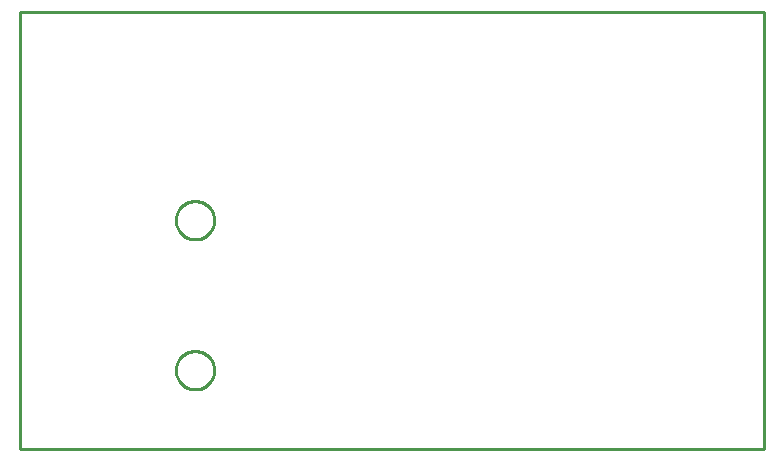
<source format=gbr>
G04 EAGLE Gerber X2 export*
%TF.Part,Single*%
%TF.FileFunction,Profile,NP*%
%TF.FilePolarity,Positive*%
%TF.GenerationSoftware,Autodesk,EAGLE,8.6.3*%
%TF.CreationDate,2019-03-24T10:24:13Z*%
G75*
%MOMM*%
%FSLAX34Y34*%
%LPD*%
%AMOC8*
5,1,8,0,0,1.08239X$1,22.5*%
G01*
%ADD10C,0.254000*%


D10*
X-50000Y-20000D02*
X580000Y-20000D01*
X580000Y350000D01*
X-50000Y350000D01*
X-50000Y-20000D01*
X97568Y30844D02*
X96506Y30914D01*
X95451Y31053D01*
X94407Y31260D01*
X93379Y31536D01*
X92371Y31878D01*
X91387Y32285D01*
X90433Y32756D01*
X89511Y33288D01*
X88626Y33879D01*
X87782Y34527D01*
X86982Y35229D01*
X86229Y35982D01*
X85527Y36782D01*
X84879Y37626D01*
X84288Y38511D01*
X83756Y39433D01*
X83285Y40387D01*
X82878Y41371D01*
X82536Y42379D01*
X82260Y43407D01*
X82053Y44451D01*
X81914Y45506D01*
X81844Y46568D01*
X81844Y47632D01*
X81914Y48694D01*
X82053Y49749D01*
X82260Y50793D01*
X82536Y51821D01*
X82878Y52829D01*
X83285Y53813D01*
X83756Y54767D01*
X84288Y55689D01*
X84879Y56574D01*
X85527Y57418D01*
X86229Y58218D01*
X86982Y58971D01*
X87782Y59673D01*
X88626Y60321D01*
X89511Y60912D01*
X90433Y61444D01*
X91387Y61915D01*
X92371Y62322D01*
X93379Y62664D01*
X94407Y62940D01*
X95451Y63147D01*
X96506Y63286D01*
X97568Y63356D01*
X98632Y63356D01*
X99694Y63286D01*
X100749Y63147D01*
X101793Y62940D01*
X102821Y62664D01*
X103829Y62322D01*
X104813Y61915D01*
X105767Y61444D01*
X106689Y60912D01*
X107574Y60321D01*
X108418Y59673D01*
X109218Y58971D01*
X109971Y58218D01*
X110673Y57418D01*
X111321Y56574D01*
X111912Y55689D01*
X112444Y54767D01*
X112915Y53813D01*
X113322Y52829D01*
X113664Y51821D01*
X113940Y50793D01*
X114147Y49749D01*
X114286Y48694D01*
X114356Y47632D01*
X114356Y46568D01*
X114286Y45506D01*
X114147Y44451D01*
X113940Y43407D01*
X113664Y42379D01*
X113322Y41371D01*
X112915Y40387D01*
X112444Y39433D01*
X111912Y38511D01*
X111321Y37626D01*
X110673Y36782D01*
X109971Y35982D01*
X109218Y35229D01*
X108418Y34527D01*
X107574Y33879D01*
X106689Y33288D01*
X105767Y32756D01*
X104813Y32285D01*
X103829Y31878D01*
X102821Y31536D01*
X101793Y31260D01*
X100749Y31053D01*
X99694Y30914D01*
X98632Y30844D01*
X97568Y30844D01*
X97568Y157844D02*
X96506Y157914D01*
X95451Y158053D01*
X94407Y158260D01*
X93379Y158536D01*
X92371Y158878D01*
X91387Y159285D01*
X90433Y159756D01*
X89511Y160288D01*
X88626Y160879D01*
X87782Y161527D01*
X86982Y162229D01*
X86229Y162982D01*
X85527Y163782D01*
X84879Y164626D01*
X84288Y165511D01*
X83756Y166433D01*
X83285Y167387D01*
X82878Y168371D01*
X82536Y169379D01*
X82260Y170407D01*
X82053Y171451D01*
X81914Y172506D01*
X81844Y173568D01*
X81844Y174632D01*
X81914Y175694D01*
X82053Y176749D01*
X82260Y177793D01*
X82536Y178821D01*
X82878Y179829D01*
X83285Y180813D01*
X83756Y181767D01*
X84288Y182689D01*
X84879Y183574D01*
X85527Y184418D01*
X86229Y185218D01*
X86982Y185971D01*
X87782Y186673D01*
X88626Y187321D01*
X89511Y187912D01*
X90433Y188444D01*
X91387Y188915D01*
X92371Y189322D01*
X93379Y189664D01*
X94407Y189940D01*
X95451Y190147D01*
X96506Y190286D01*
X97568Y190356D01*
X98632Y190356D01*
X99694Y190286D01*
X100749Y190147D01*
X101793Y189940D01*
X102821Y189664D01*
X103829Y189322D01*
X104813Y188915D01*
X105767Y188444D01*
X106689Y187912D01*
X107574Y187321D01*
X108418Y186673D01*
X109218Y185971D01*
X109971Y185218D01*
X110673Y184418D01*
X111321Y183574D01*
X111912Y182689D01*
X112444Y181767D01*
X112915Y180813D01*
X113322Y179829D01*
X113664Y178821D01*
X113940Y177793D01*
X114147Y176749D01*
X114286Y175694D01*
X114356Y174632D01*
X114356Y173568D01*
X114286Y172506D01*
X114147Y171451D01*
X113940Y170407D01*
X113664Y169379D01*
X113322Y168371D01*
X112915Y167387D01*
X112444Y166433D01*
X111912Y165511D01*
X111321Y164626D01*
X110673Y163782D01*
X109971Y162982D01*
X109218Y162229D01*
X108418Y161527D01*
X107574Y160879D01*
X106689Y160288D01*
X105767Y159756D01*
X104813Y159285D01*
X103829Y158878D01*
X102821Y158536D01*
X101793Y158260D01*
X100749Y158053D01*
X99694Y157914D01*
X98632Y157844D01*
X97568Y157844D01*
M02*

</source>
